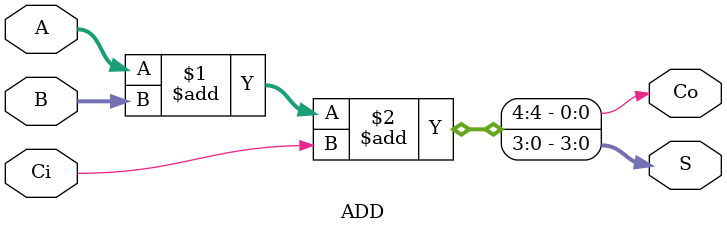
<source format=v>
module ADD #(
	parameter W = 4
)
(
	input           Ci,
	input [W-1:0] 	A,
	input [W-1:0] 	B,
	output [W-1:0] 	S,
	output			    Co
);

assign {Co,S} = A + B + Ci;

endmodule

//zadania:
//1 dodac Ci
//2 symulacja behawioralna
//3 implementacja

</source>
